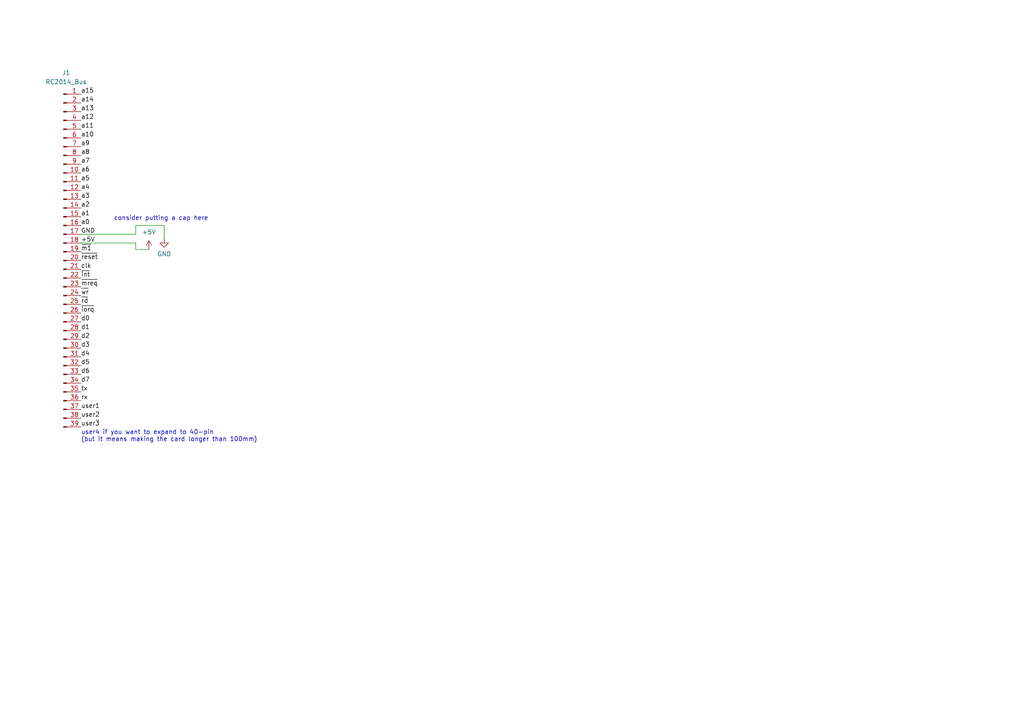
<source format=kicad_sch>
(kicad_sch (version 20231120) (generator "eeschema") (generator_version "8.0")
  (paper "A4")
  (lib_symbols
    (symbol "Connector:Conn_01x39_Pin" (pin_names (offset 1.016) hide)
      (property "Reference" "J" (at 0 50.8 0))
      (property "Value" "Conn_01x39_Pin" (at 0 -50.8 0))
      (symbol "Conn_01x39_Pin_1_1"
        (polyline (pts (xy 1.27 -48.26) (xy 0.8636 -48.26)) (stroke (width 0.1524)))
        (polyline (pts (xy 1.27 -45.72) (xy 0.8636 -45.72)) (stroke (width 0.1524)))
        (polyline (pts (xy 1.27 -43.18) (xy 0.8636 -43.18)) (stroke (width 0.1524)))
        (polyline (pts (xy 1.27 -40.64) (xy 0.8636 -40.64)) (stroke (width 0.1524)))
        (polyline (pts (xy 1.27 -38.1) (xy 0.8636 -38.1)) (stroke (width 0.1524)))
        (polyline (pts (xy 1.27 -35.56) (xy 0.8636 -35.56)) (stroke (width 0.1524)))
        (polyline (pts (xy 1.27 -33.02) (xy 0.8636 -33.02)) (stroke (width 0.1524)))
        (polyline (pts (xy 1.27 -30.48) (xy 0.8636 -30.48)) (stroke (width 0.1524)))
        (polyline (pts (xy 1.27 -27.94) (xy 0.8636 -27.94)) (stroke (width 0.1524)))
        (polyline (pts (xy 1.27 -25.4) (xy 0.8636 -25.4)) (stroke (width 0.1524)))
        (polyline (pts (xy 1.27 -22.86) (xy 0.8636 -22.86)) (stroke (width 0.1524)))
        (polyline (pts (xy 1.27 -20.32) (xy 0.8636 -20.32)) (stroke (width 0.1524)))
        (polyline (pts (xy 1.27 -17.78) (xy 0.8636 -17.78)) (stroke (width 0.1524)))
        (polyline (pts (xy 1.27 -15.24) (xy 0.8636 -15.24)) (stroke (width 0.1524)))
        (polyline (pts (xy 1.27 -12.7) (xy 0.8636 -12.7)) (stroke (width 0.1524)))
        (polyline (pts (xy 1.27 -10.16) (xy 0.8636 -10.16)) (stroke (width 0.1524)))
        (polyline (pts (xy 1.27 -7.62) (xy 0.8636 -7.62)) (stroke (width 0.1524)))
        (polyline (pts (xy 1.27 -5.08) (xy 0.8636 -5.08)) (stroke (width 0.1524)))
        (polyline (pts (xy 1.27 -2.54) (xy 0.8636 -2.54)) (stroke (width 0.1524)))
        (polyline (pts (xy 1.27 0) (xy 0.8636 0)) (stroke (width 0.1524)))
        (polyline (pts (xy 1.27 2.54) (xy 0.8636 2.54)) (stroke (width 0.1524)))
        (polyline (pts (xy 1.27 5.08) (xy 0.8636 5.08)) (stroke (width 0.1524)))
        (polyline (pts (xy 1.27 7.62) (xy 0.8636 7.62)) (stroke (width 0.1524)))
        (polyline (pts (xy 1.27 10.16) (xy 0.8636 10.16)) (stroke (width 0.1524)))
        (polyline (pts (xy 1.27 12.7) (xy 0.8636 12.7)) (stroke (width 0.1524)))
        (polyline (pts (xy 1.27 15.24) (xy 0.8636 15.24)) (stroke (width 0.1524)))
        (polyline (pts (xy 1.27 17.78) (xy 0.8636 17.78)) (stroke (width 0.1524)))
        (polyline (pts (xy 1.27 20.32) (xy 0.8636 20.32)) (stroke (width 0.1524)))
        (polyline (pts (xy 1.27 22.86) (xy 0.8636 22.86)) (stroke (width 0.1524)))
        (polyline (pts (xy 1.27 25.4) (xy 0.8636 25.4)) (stroke (width 0.1524)))
        (polyline (pts (xy 1.27 27.94) (xy 0.8636 27.94)) (stroke (width 0.1524)))
        (polyline (pts (xy 1.27 30.48) (xy 0.8636 30.48)) (stroke (width 0.1524)))
        (polyline (pts (xy 1.27 33.02) (xy 0.8636 33.02)) (stroke (width 0.1524)))
        (polyline (pts (xy 1.27 35.56) (xy 0.8636 35.56)) (stroke (width 0.1524)))
        (polyline (pts (xy 1.27 38.1) (xy 0.8636 38.1)) (stroke (width 0.1524)))
        (polyline (pts (xy 1.27 40.64) (xy 0.8636 40.64)) (stroke (width 0.1524)))
        (polyline (pts (xy 1.27 43.18) (xy 0.8636 43.18)) (stroke (width 0.1524)))
        (polyline (pts (xy 1.27 45.72) (xy 0.8636 45.72)) (stroke (width 0.1524)))
        (polyline (pts (xy 1.27 48.26) (xy 0.8636 48.26)) (stroke (width 0.1524)))
        (rectangle (start 0.8636 -48.133) (end 0 -48.387) (stroke (width 0.1524)) (fill (type outline)))
        (rectangle (start 0.8636 -45.593) (end 0 -45.847) (stroke (width 0.1524)) (fill (type outline)))
        (rectangle (start 0.8636 -43.053) (end 0 -43.307) (stroke (width 0.1524)) (fill (type outline)))
        (rectangle (start 0.8636 -40.513) (end 0 -40.767) (stroke (width 0.1524)) (fill (type outline)))
        (rectangle (start 0.8636 -37.973) (end 0 -38.227) (stroke (width 0.1524)) (fill (type outline)))
        (rectangle (start 0.8636 -35.433) (end 0 -35.687) (stroke (width 0.1524)) (fill (type outline)))
        (rectangle (start 0.8636 -32.893) (end 0 -33.147) (stroke (width 0.1524)) (fill (type outline)))
        (rectangle (start 0.8636 -30.353) (end 0 -30.607) (stroke (width 0.1524)) (fill (type outline)))
        (rectangle (start 0.8636 -27.813) (end 0 -28.067) (stroke (width 0.1524)) (fill (type outline)))
        (rectangle (start 0.8636 -25.273) (end 0 -25.527) (stroke (width 0.1524)) (fill (type outline)))
        (rectangle (start 0.8636 -22.733) (end 0 -22.987) (stroke (width 0.1524)) (fill (type outline)))
        (rectangle (start 0.8636 -20.193) (end 0 -20.447) (stroke (width 0.1524)) (fill (type outline)))
        (rectangle (start 0.8636 -17.653) (end 0 -17.907) (stroke (width 0.1524)) (fill (type outline)))
        (rectangle (start 0.8636 -15.113) (end 0 -15.367) (stroke (width 0.1524)) (fill (type outline)))
        (rectangle (start 0.8636 -12.573) (end 0 -12.827) (stroke (width 0.1524)) (fill (type outline)))
        (rectangle (start 0.8636 -10.033) (end 0 -10.287) (stroke (width 0.1524)) (fill (type outline)))
        (rectangle (start 0.8636 -7.493) (end 0 -7.747) (stroke (width 0.1524)) (fill (type outline)))
        (rectangle (start 0.8636 -4.953) (end 0 -5.207) (stroke (width 0.1524)) (fill (type outline)))
        (rectangle (start 0.8636 -2.413) (end 0 -2.667) (stroke (width 0.1524)) (fill (type outline)))
        (rectangle (start 0.8636 0.127) (end 0 -0.127) (stroke (width 0.1524)) (fill (type outline)))
        (rectangle (start 0.8636 2.667) (end 0 2.413) (stroke (width 0.1524)) (fill (type outline)))
        (rectangle (start 0.8636 5.207) (end 0 4.953) (stroke (width 0.1524)) (fill (type outline)))
        (rectangle (start 0.8636 7.747) (end 0 7.493) (stroke (width 0.1524)) (fill (type outline)))
        (rectangle (start 0.8636 10.287) (end 0 10.033) (stroke (width 0.1524)) (fill (type outline)))
        (rectangle (start 0.8636 12.827) (end 0 12.573) (stroke (width 0.1524)) (fill (type outline)))
        (rectangle (start 0.8636 15.367) (end 0 15.113) (stroke (width 0.1524)) (fill (type outline)))
        (rectangle (start 0.8636 17.907) (end 0 17.653) (stroke (width 0.1524)) (fill (type outline)))
        (rectangle (start 0.8636 20.447) (end 0 20.193) (stroke (width 0.1524)) (fill (type outline)))
        (rectangle (start 0.8636 22.987) (end 0 22.733) (stroke (width 0.1524)) (fill (type outline)))
        (rectangle (start 0.8636 25.527) (end 0 25.273) (stroke (width 0.1524)) (fill (type outline)))
        (rectangle (start 0.8636 28.067) (end 0 27.813) (stroke (width 0.1524)) (fill (type outline)))
        (rectangle (start 0.8636 30.607) (end 0 30.353) (stroke (width 0.1524)) (fill (type outline)))
        (rectangle (start 0.8636 33.147) (end 0 32.893) (stroke (width 0.1524)) (fill (type outline)))
        (rectangle (start 0.8636 35.687) (end 0 35.433) (stroke (width 0.1524)) (fill (type outline)))
        (rectangle (start 0.8636 38.227) (end 0 37.973) (stroke (width 0.1524)) (fill (type outline)))
        (rectangle (start 0.8636 40.767) (end 0 40.513) (stroke (width 0.1524)) (fill (type outline)))
        (rectangle (start 0.8636 43.307) (end 0 43.053) (stroke (width 0.1524)) (fill (type outline)))
        (rectangle (start 0.8636 45.847) (end 0 45.593) (stroke (width 0.1524)) (fill (type outline)))
        (rectangle (start 0.8636 48.387) (end 0 48.133) (stroke (width 0.1524)) (fill (type outline)))
        (pin passive line (at 5.08 48.26 180) (length 3.81) (name "Pin_1") (number "1"))
        (pin passive line (at 5.08 25.4 180) (length 3.81) (name "Pin_10") (number "10"))
        (pin passive line (at 5.08 22.86 180) (length 3.81) (name "Pin_11") (number "11"))
        (pin passive line (at 5.08 20.32 180) (length 3.81) (name "Pin_12") (number "12"))
        (pin passive line (at 5.08 17.78 180) (length 3.81) (name "Pin_13") (number "13"))
        (pin passive line (at 5.08 15.24 180) (length 3.81) (name "Pin_14") (number "14"))
        (pin passive line (at 5.08 12.7 180) (length 3.81) (name "Pin_15") (number "15"))
        (pin passive line (at 5.08 10.16 180) (length 3.81) (name "Pin_16") (number "16"))
        (pin passive line (at 5.08 7.62 180) (length 3.81) (name "Pin_17") (number "17"))
        (pin passive line (at 5.08 5.08 180) (length 3.81) (name "Pin_18") (number "18"))
        (pin passive line (at 5.08 2.54 180) (length 3.81) (name "Pin_19") (number "19"))
        (pin passive line (at 5.08 45.72 180) (length 3.81) (name "Pin_2") (number "2"))
        (pin passive line (at 5.08 0 180) (length 3.81) (name "Pin_20") (number "20"))
        (pin passive line (at 5.08 -2.54 180) (length 3.81) (name "Pin_21") (number "21"))
        (pin passive line (at 5.08 -5.08 180) (length 3.81) (name "Pin_22") (number "22"))
        (pin passive line (at 5.08 -7.62 180) (length 3.81) (name "Pin_23") (number "23"))
        (pin passive line (at 5.08 -10.16 180) (length 3.81) (name "Pin_24") (number "24"))
        (pin passive line (at 5.08 -12.7 180) (length 3.81) (name "Pin_25") (number "25"))
        (pin passive line (at 5.08 -15.24 180) (length 3.81) (name "Pin_26") (number "26"))
        (pin passive line (at 5.08 -17.78 180) (length 3.81) (name "Pin_27") (number "27"))
        (pin passive line (at 5.08 -20.32 180) (length 3.81) (name "Pin_28") (number "28"))
        (pin passive line (at 5.08 -22.86 180) (length 3.81) (name "Pin_29") (number "29"))
        (pin passive line (at 5.08 43.18 180) (length 3.81) (name "Pin_3") (number "3"))
        (pin passive line (at 5.08 -25.4 180) (length 3.81) (name "Pin_30") (number "30"))
        (pin passive line (at 5.08 -27.94 180) (length 3.81) (name "Pin_31") (number "31"))
        (pin passive line (at 5.08 -30.48 180) (length 3.81) (name "Pin_32") (number "32"))
        (pin passive line (at 5.08 -33.02 180) (length 3.81) (name "Pin_33") (number "33"))
        (pin passive line (at 5.08 -35.56 180) (length 3.81) (name "Pin_34") (number "34"))
        (pin passive line (at 5.08 -38.1 180) (length 3.81) (name "Pin_35") (number "35"))
        (pin passive line (at 5.08 -40.64 180) (length 3.81) (name "Pin_36") (number "36"))
        (pin passive line (at 5.08 -43.18 180) (length 3.81) (name "Pin_37") (number "37"))
        (pin passive line (at 5.08 -45.72 180) (length 3.81) (name "Pin_38") (number "38"))
        (pin passive line (at 5.08 -48.26 180) (length 3.81) (name "Pin_39") (number "39"))
        (pin passive line (at 5.08 40.64 180) (length 3.81) (name "Pin_4") (number "4"))
        (pin passive line (at 5.08 38.1 180) (length 3.81) (name "Pin_5") (number "5"))
        (pin passive line (at 5.08 35.56 180) (length 3.81) (name "Pin_6") (number "6"))
        (pin passive line (at 5.08 33.02 180) (length 3.81) (name "Pin_7") (number "7"))
        (pin passive line (at 5.08 30.48 180) (length 3.81) (name "Pin_8") (number "8"))
        (pin passive line (at 5.08 27.94 180) (length 3.81) (name "Pin_9") (number "9"))
      )
    )
    (symbol "power:+5V" (power) (pin_names (offset 0))
      (property "Value" "+5V" (at 0 3.556 0))
      (symbol "+5V_0_1"
        (polyline (pts (xy -0.762 1.27) (xy 0 2.54)))
        (polyline (pts (xy 0 0) (xy 0 2.54)))
        (polyline (pts (xy 0 2.54) (xy 0.762 1.27)))
      )
      (symbol "+5V_1_1"
        (pin power_in line (at 0 0 90) (length 0) hide (name "+5V") (number "1"))
      )
    )
    (symbol "power:GND" (power) (pin_names (offset 0))
      (property "Value" "GND" (at 0 -3.81 0))
      (symbol "GND_0_1"
        (polyline (pts (xy 0 0) (xy 0 -1.27) (xy 1.27 -1.27) (xy 0 -2.54) (xy -1.27 -1.27) (xy 0 -1.27)))
      )
      (symbol "GND_1_1"
        (pin power_in line (at 0 0 270) (length 0) hide (name "GND") (number "1"))
      )
    )
  )
  (wire (pts (xy 39.37 72.39) (xy 43.18 72.39)))
  (wire (pts (xy 39.37 67.945) (xy 23.495 67.945)))
  (wire (pts (xy 23.495 70.485) (xy 39.37 70.485)))
  (wire (pts (xy 39.37 65.405) (xy 39.37 67.945)))
  (wire (pts (xy 47.625 65.405) (xy 39.37 65.405)))
  (wire (pts (xy 39.37 70.485) (xy 39.37 72.39)))
  (wire (pts (xy 47.625 65.405) (xy 47.625 69.215)))
  (text "consider putting a cap here" (at 33.02 64.135 0) (effects (font (size 1.27 1.27)) (justify left bottom)))
  (text "user4 if you want to expand to 40-pin\n(but it means making the card longer than 100mm)" (at 23.495 128.27 0) (effects (font (size 1.27 1.27)) (justify left bottom)))
  (label "a15" (at 23.495 27.305 0))
  (label "+5V" (at 23.495 70.485 0))
  (label "user3" (at 23.495 123.825 0))
  (label "user1" (at 23.495 118.745 0))
  (label "d1" (at 23.495 95.885 0))
  (label "tx" (at 23.495 113.665 0))
  (label "a11" (at 23.495 37.465 0))
  (label "~{mreq}" (at 23.495 83.185 0))
  (label "d4" (at 23.495 103.505 0))
  (label "a0" (at 23.495 65.405 0))
  (label "a14" (at 23.495 29.845 0))
  (label "a9" (at 23.495 42.545 0))
  (label "clk" (at 23.495 78.105 0))
  (label "a7" (at 23.495 47.625 0))
  (label "~{reset}" (at 23.495 75.565 0))
  (label "a1" (at 23.495 62.865 0))
  (label "a12" (at 23.495 34.925 0))
  (label "~{wr}" (at 23.495 85.725 0))
  (label "GND" (at 23.495 67.945 0))
  (label "~{rd}" (at 23.495 88.265 0))
  (label "d0" (at 23.495 93.345 0))
  (label "rx" (at 23.495 116.205 0))
  (label "a5" (at 23.495 52.705 0))
  (label "d5" (at 23.495 106.045 0))
  (label "a4" (at 23.495 55.245 0))
  (label "~{iorq}" (at 23.495 90.805 0))
  (label "d6" (at 23.495 108.585 0))
  (label "~{m1}" (at 23.495 73.025 0))
  (label "a8" (at 23.495 45.085 0))
  (label "a3" (at 23.495 57.785 0))
  (label "a10" (at 23.495 40.005 0))
  (label "a6" (at 23.495 50.165 0))
  (label "d7" (at 23.495 111.125 0))
  (label "d3" (at 23.495 100.965 0))
  (label "user2" (at 23.495 121.285 0))
  (label "a2" (at 23.495 60.325 0))
  (label "d2" (at 23.495 98.425 0))
  (label "a13" (at 23.495 32.385 0))
  (label "~{int}" (at 23.495 80.645 0))
  (symbol (lib_id "Connector:Conn_01x39_Pin") (at 18.415 75.565 0) (unit 1)
    (property "Reference" "J1" (at 19.177 21.082 0))
    (property "Value" "RC2014_Bus" (at 19.177 23.749 0))
    (property "Footprint" "Connector_PinHeader_2.54mm:PinHeader_1x39_P2.54mm_Vertical" (effects (hide yes)))
  )
  (symbol (lib_id "power:+5V") (at 43.18 72.39 0) (unit 1)
    (property "Reference" "#PWR02" (effects (hide yes)))
    (property "Value" "+5V" (at 43.18 67.31 0))
  )
  (symbol (lib_id "power:GND") (at 47.625 69.215 0) (unit 1)
    (property "Reference" "#PWR01" (effects (hide yes)))
    (property "Value" "GND" (at 47.625 73.66 0))
  )
)
</source>
